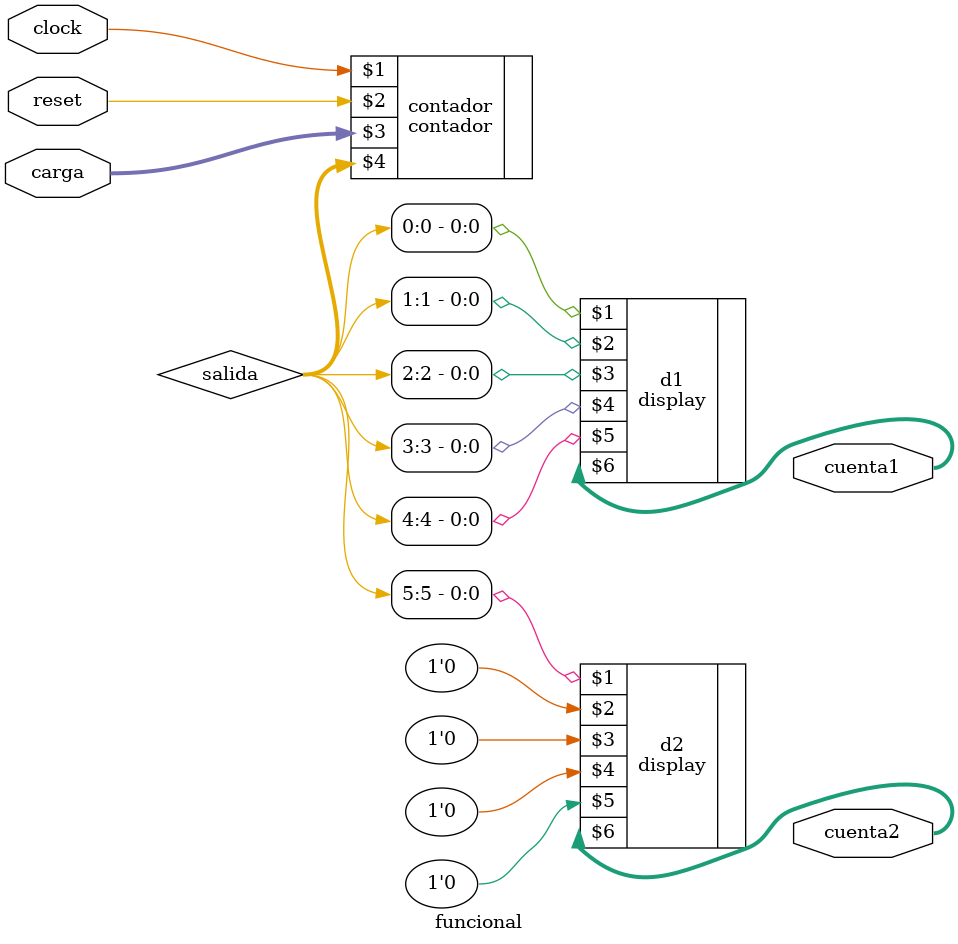
<source format=sv>
module funcional(input clock, input reset, input [5:0] carga, output [6:0] cuenta1, output [6:0] cuenta2);

	logic [5:0] salida;
	contador #(.N(6)) contador(clock,reset,carga,salida);
	display d1(salida[0],salida[1],salida[2],salida[3], salida[4],cuenta1);
	display d2(salida[5],1'b0,1'b0,1'b0,1'b0,cuenta2);
	
endmodule

</source>
